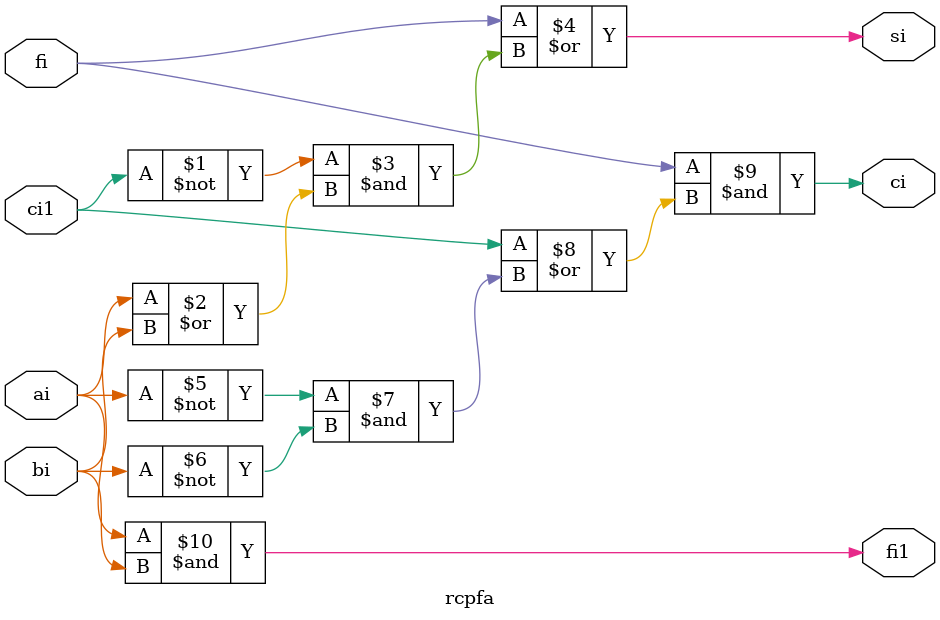
<source format=v>
`timescale 1ns / 1ps
module rcpfa(
    input ai,
    input bi,
    input fi,
    input ci1,
    output si,
    output ci,
    output fi1
    );
assign si= fi | ((~ci1)&(ai|bi));
assign ci=fi & ( ci1 | ( (~ai) & (~bi)));
assign fi1=ai & bi;

endmodule

</source>
